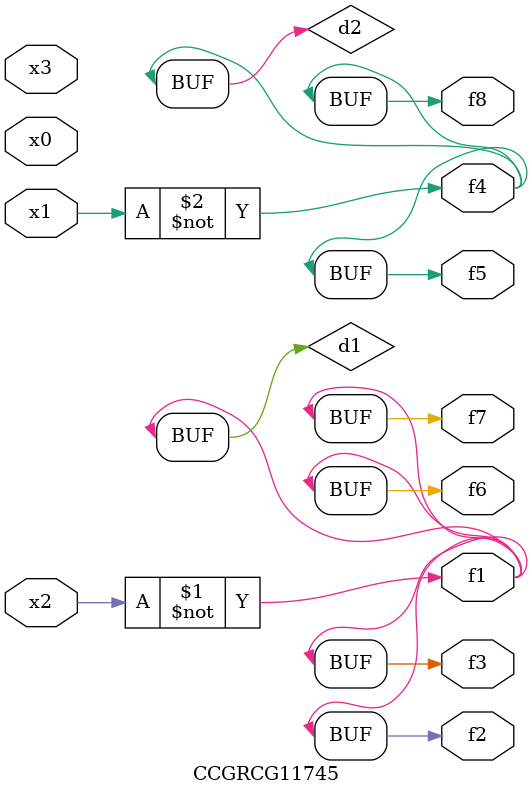
<source format=v>
module CCGRCG11745(
	input x0, x1, x2, x3,
	output f1, f2, f3, f4, f5, f6, f7, f8
);

	wire d1, d2;

	xnor (d1, x2);
	not (d2, x1);
	assign f1 = d1;
	assign f2 = d1;
	assign f3 = d1;
	assign f4 = d2;
	assign f5 = d2;
	assign f6 = d1;
	assign f7 = d1;
	assign f8 = d2;
endmodule

</source>
